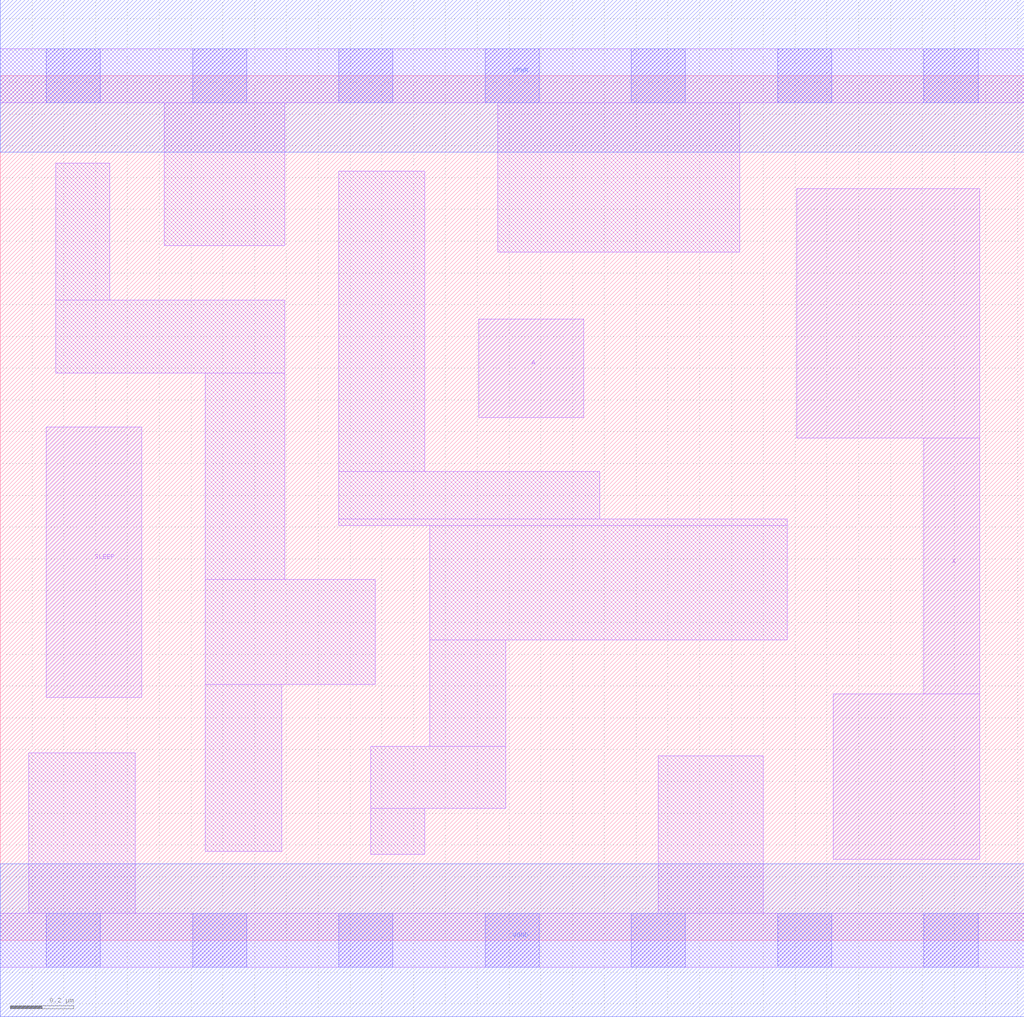
<source format=lef>
# Copyright 2020 The SkyWater PDK Authors
#
# Licensed under the Apache License, Version 2.0 (the "License");
# you may not use this file except in compliance with the License.
# You may obtain a copy of the License at
#
#     https://www.apache.org/licenses/LICENSE-2.0
#
# Unless required by applicable law or agreed to in writing, software
# distributed under the License is distributed on an "AS IS" BASIS,
# WITHOUT WARRANTIES OR CONDITIONS OF ANY KIND, either express or implied.
# See the License for the specific language governing permissions and
# limitations under the License.
#
# SPDX-License-Identifier: Apache-2.0

VERSION 5.7 ;
  NAMESCASESENSITIVE ON ;
  NOWIREEXTENSIONATPIN ON ;
  DIVIDERCHAR "/" ;
  BUSBITCHARS "[]" ;
UNITS
  DATABASE MICRONS 200 ;
END UNITS
PROPERTYDEFINITIONS
  MACRO maskLayoutSubType STRING ;
  MACRO prCellType STRING ;
  MACRO originalViewName STRING ;
END PROPERTYDEFINITIONS
MACRO sky130_fd_sc_hdll__inputiso0p_1
  CLASS CORE ;
  FOREIGN sky130_fd_sc_hdll__inputiso0p_1 ;
  ORIGIN  0.000000  0.000000 ;
  SIZE  3.220000 BY  2.720000 ;
  SYMMETRY X Y R90 ;
  SITE unithd ;
  PIN A
    ANTENNAGATEAREA  0.138600 ;
    DIRECTION INPUT ;
    USE SIGNAL ;
    PORT
      LAYER li1 ;
        RECT 1.505000 1.645000 1.835000 1.955000 ;
    END
  END A
  PIN SLEEP
    ANTENNAGATEAREA  0.138600 ;
    DIRECTION INPUT ;
    USE SIGNAL ;
    PORT
      LAYER li1 ;
        RECT 0.145000 0.765000 0.445000 1.615000 ;
    END
  END SLEEP
  PIN VGND
    ANTENNADIFFAREA  0.419700 ;
    DIRECTION INOUT ;
    USE SIGNAL ;
    PORT
      LAYER met1 ;
        RECT 0.000000 -0.240000 3.220000 0.240000 ;
    END
  END VGND
  PIN VPWR
    ANTENNADIFFAREA  0.623300 ;
    DIRECTION INOUT ;
    USE SIGNAL ;
    PORT
      LAYER met1 ;
        RECT 0.000000 2.480000 3.220000 2.960000 ;
    END
  END VPWR
  PIN X
    ANTENNADIFFAREA  0.439000 ;
    DIRECTION OUTPUT ;
    USE SIGNAL ;
    PORT
      LAYER li1 ;
        RECT 2.505000 1.580000 3.080000 2.365000 ;
        RECT 2.620000 0.255000 3.080000 0.775000 ;
        RECT 2.905000 0.775000 3.080000 1.580000 ;
    END
  END X
  OBS
    LAYER li1 ;
      RECT 0.000000 -0.085000 3.220000 0.085000 ;
      RECT 0.000000  2.635000 3.220000 2.805000 ;
      RECT 0.090000  0.085000 0.425000 0.590000 ;
      RECT 0.175000  1.785000 0.895000 2.015000 ;
      RECT 0.175000  2.015000 0.345000 2.445000 ;
      RECT 0.515000  2.185000 0.895000 2.635000 ;
      RECT 0.645000  0.280000 0.885000 0.805000 ;
      RECT 0.645000  0.805000 1.180000 1.135000 ;
      RECT 0.645000  1.135000 0.895000 1.785000 ;
      RECT 1.065000  1.305000 2.475000 1.325000 ;
      RECT 1.065000  1.325000 1.885000 1.475000 ;
      RECT 1.065000  1.475000 1.335000 2.420000 ;
      RECT 1.165000  0.270000 1.335000 0.415000 ;
      RECT 1.165000  0.415000 1.590000 0.610000 ;
      RECT 1.350000  0.610000 1.590000 0.945000 ;
      RECT 1.350000  0.945000 2.475000 1.305000 ;
      RECT 1.565000  2.165000 2.325000 2.635000 ;
      RECT 2.070000  0.085000 2.400000 0.580000 ;
    LAYER mcon ;
      RECT 0.145000 -0.085000 0.315000 0.085000 ;
      RECT 0.145000  2.635000 0.315000 2.805000 ;
      RECT 0.605000 -0.085000 0.775000 0.085000 ;
      RECT 0.605000  2.635000 0.775000 2.805000 ;
      RECT 1.065000 -0.085000 1.235000 0.085000 ;
      RECT 1.065000  2.635000 1.235000 2.805000 ;
      RECT 1.525000 -0.085000 1.695000 0.085000 ;
      RECT 1.525000  2.635000 1.695000 2.805000 ;
      RECT 1.985000 -0.085000 2.155000 0.085000 ;
      RECT 1.985000  2.635000 2.155000 2.805000 ;
      RECT 2.445000 -0.085000 2.615000 0.085000 ;
      RECT 2.445000  2.635000 2.615000 2.805000 ;
      RECT 2.905000 -0.085000 3.075000 0.085000 ;
      RECT 2.905000  2.635000 3.075000 2.805000 ;
  END
  PROPERTY maskLayoutSubType "abstract" ;
  PROPERTY prCellType "standard" ;
  PROPERTY originalViewName "layout" ;
END sky130_fd_sc_hdll__inputiso0p_1

</source>
